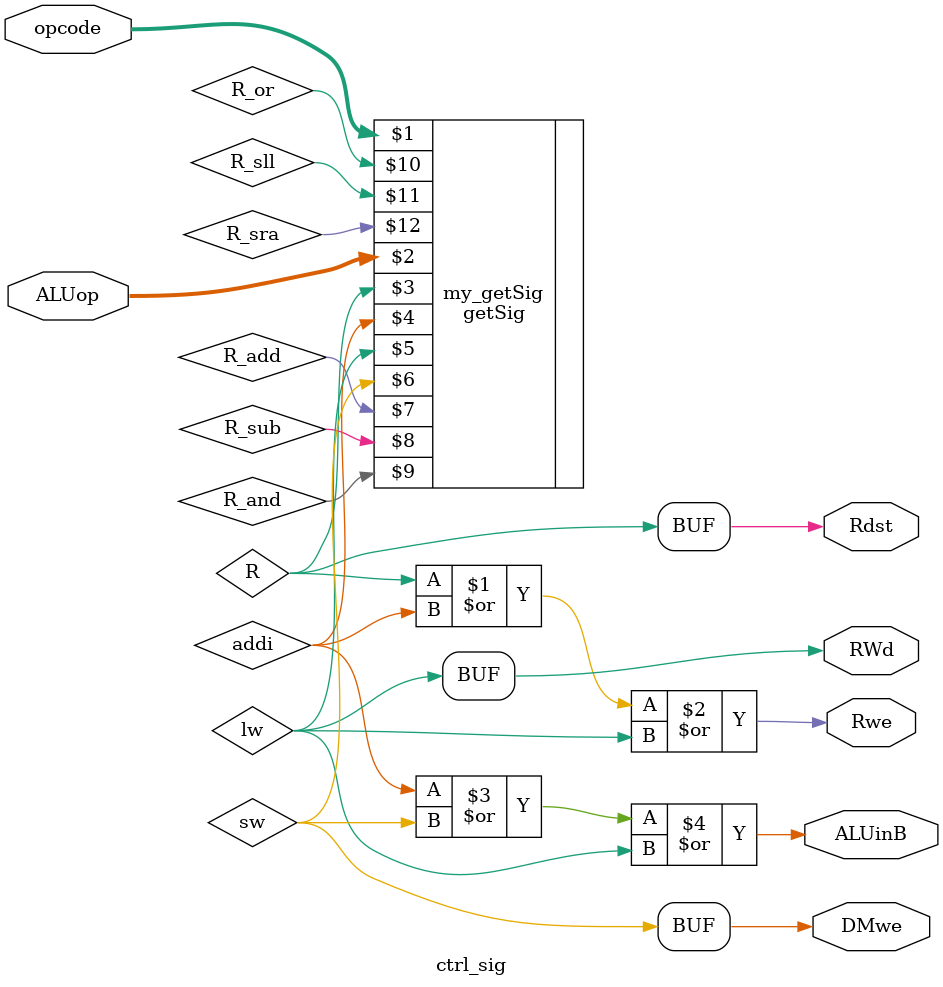
<source format=v>
module ctrl_sig(opcode, ALUop, Rwe, Rdst, ALUinB, DMwe, RWd);
    input [4:0]opcode, ALUop;
    output Rwe, Rdst, ALUinB, DMwe, RWd;
    wire R, addi, lw, sw;

    getSig my_getSig(opcode, ALUop, R, addi, lw, sw, R_add, R_sub, R_and, R_or, R_sll, R_sra);

    assign Rwe = R | addi | lw;
    assign Rdst = R;
    assign ALUinB = addi | sw | lw;
    assign DMwe = sw;
    assign RWd = lw;
endmodule

</source>
